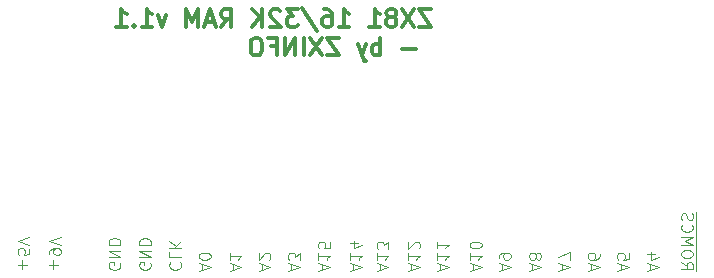
<source format=gbr>
%TF.GenerationSoftware,KiCad,Pcbnew,8.0.2-1*%
%TF.CreationDate,2024-06-12T00:12:27+02:00*%
%TF.ProjectId,zx81-external-16k,7a783831-2d65-4787-9465-726e616c2d31,rev?*%
%TF.SameCoordinates,Original*%
%TF.FileFunction,Legend,Bot*%
%TF.FilePolarity,Positive*%
%FSLAX46Y46*%
G04 Gerber Fmt 4.6, Leading zero omitted, Abs format (unit mm)*
G04 Created by KiCad (PCBNEW 8.0.2-1) date 2024-06-12 00:12:27*
%MOMM*%
%LPD*%
G01*
G04 APERTURE LIST*
%ADD10C,0.300000*%
%ADD11C,0.100000*%
G04 APERTURE END LIST*
D10*
X136318346Y-95755912D02*
X135318346Y-95755912D01*
X135318346Y-95755912D02*
X136318346Y-97255912D01*
X136318346Y-97255912D02*
X135318346Y-97255912D01*
X134889775Y-95755912D02*
X133889775Y-97255912D01*
X133889775Y-95755912D02*
X134889775Y-97255912D01*
X133104061Y-96398769D02*
X133246918Y-96327341D01*
X133246918Y-96327341D02*
X133318347Y-96255912D01*
X133318347Y-96255912D02*
X133389775Y-96113055D01*
X133389775Y-96113055D02*
X133389775Y-96041626D01*
X133389775Y-96041626D02*
X133318347Y-95898769D01*
X133318347Y-95898769D02*
X133246918Y-95827341D01*
X133246918Y-95827341D02*
X133104061Y-95755912D01*
X133104061Y-95755912D02*
X132818347Y-95755912D01*
X132818347Y-95755912D02*
X132675490Y-95827341D01*
X132675490Y-95827341D02*
X132604061Y-95898769D01*
X132604061Y-95898769D02*
X132532632Y-96041626D01*
X132532632Y-96041626D02*
X132532632Y-96113055D01*
X132532632Y-96113055D02*
X132604061Y-96255912D01*
X132604061Y-96255912D02*
X132675490Y-96327341D01*
X132675490Y-96327341D02*
X132818347Y-96398769D01*
X132818347Y-96398769D02*
X133104061Y-96398769D01*
X133104061Y-96398769D02*
X133246918Y-96470198D01*
X133246918Y-96470198D02*
X133318347Y-96541626D01*
X133318347Y-96541626D02*
X133389775Y-96684484D01*
X133389775Y-96684484D02*
X133389775Y-96970198D01*
X133389775Y-96970198D02*
X133318347Y-97113055D01*
X133318347Y-97113055D02*
X133246918Y-97184484D01*
X133246918Y-97184484D02*
X133104061Y-97255912D01*
X133104061Y-97255912D02*
X132818347Y-97255912D01*
X132818347Y-97255912D02*
X132675490Y-97184484D01*
X132675490Y-97184484D02*
X132604061Y-97113055D01*
X132604061Y-97113055D02*
X132532632Y-96970198D01*
X132532632Y-96970198D02*
X132532632Y-96684484D01*
X132532632Y-96684484D02*
X132604061Y-96541626D01*
X132604061Y-96541626D02*
X132675490Y-96470198D01*
X132675490Y-96470198D02*
X132818347Y-96398769D01*
X131104061Y-97255912D02*
X131961204Y-97255912D01*
X131532633Y-97255912D02*
X131532633Y-95755912D01*
X131532633Y-95755912D02*
X131675490Y-95970198D01*
X131675490Y-95970198D02*
X131818347Y-96113055D01*
X131818347Y-96113055D02*
X131961204Y-96184484D01*
X128532633Y-97255912D02*
X129389776Y-97255912D01*
X128961205Y-97255912D02*
X128961205Y-95755912D01*
X128961205Y-95755912D02*
X129104062Y-95970198D01*
X129104062Y-95970198D02*
X129246919Y-96113055D01*
X129246919Y-96113055D02*
X129389776Y-96184484D01*
X127246920Y-95755912D02*
X127532634Y-95755912D01*
X127532634Y-95755912D02*
X127675491Y-95827341D01*
X127675491Y-95827341D02*
X127746920Y-95898769D01*
X127746920Y-95898769D02*
X127889777Y-96113055D01*
X127889777Y-96113055D02*
X127961205Y-96398769D01*
X127961205Y-96398769D02*
X127961205Y-96970198D01*
X127961205Y-96970198D02*
X127889777Y-97113055D01*
X127889777Y-97113055D02*
X127818348Y-97184484D01*
X127818348Y-97184484D02*
X127675491Y-97255912D01*
X127675491Y-97255912D02*
X127389777Y-97255912D01*
X127389777Y-97255912D02*
X127246920Y-97184484D01*
X127246920Y-97184484D02*
X127175491Y-97113055D01*
X127175491Y-97113055D02*
X127104062Y-96970198D01*
X127104062Y-96970198D02*
X127104062Y-96613055D01*
X127104062Y-96613055D02*
X127175491Y-96470198D01*
X127175491Y-96470198D02*
X127246920Y-96398769D01*
X127246920Y-96398769D02*
X127389777Y-96327341D01*
X127389777Y-96327341D02*
X127675491Y-96327341D01*
X127675491Y-96327341D02*
X127818348Y-96398769D01*
X127818348Y-96398769D02*
X127889777Y-96470198D01*
X127889777Y-96470198D02*
X127961205Y-96613055D01*
X125389777Y-95684484D02*
X126675491Y-97613055D01*
X125032634Y-95755912D02*
X124104062Y-95755912D01*
X124104062Y-95755912D02*
X124604062Y-96327341D01*
X124604062Y-96327341D02*
X124389777Y-96327341D01*
X124389777Y-96327341D02*
X124246920Y-96398769D01*
X124246920Y-96398769D02*
X124175491Y-96470198D01*
X124175491Y-96470198D02*
X124104062Y-96613055D01*
X124104062Y-96613055D02*
X124104062Y-96970198D01*
X124104062Y-96970198D02*
X124175491Y-97113055D01*
X124175491Y-97113055D02*
X124246920Y-97184484D01*
X124246920Y-97184484D02*
X124389777Y-97255912D01*
X124389777Y-97255912D02*
X124818348Y-97255912D01*
X124818348Y-97255912D02*
X124961205Y-97184484D01*
X124961205Y-97184484D02*
X125032634Y-97113055D01*
X123532634Y-95898769D02*
X123461206Y-95827341D01*
X123461206Y-95827341D02*
X123318349Y-95755912D01*
X123318349Y-95755912D02*
X122961206Y-95755912D01*
X122961206Y-95755912D02*
X122818349Y-95827341D01*
X122818349Y-95827341D02*
X122746920Y-95898769D01*
X122746920Y-95898769D02*
X122675491Y-96041626D01*
X122675491Y-96041626D02*
X122675491Y-96184484D01*
X122675491Y-96184484D02*
X122746920Y-96398769D01*
X122746920Y-96398769D02*
X123604063Y-97255912D01*
X123604063Y-97255912D02*
X122675491Y-97255912D01*
X122032635Y-97255912D02*
X122032635Y-95755912D01*
X121175492Y-97255912D02*
X121818349Y-96398769D01*
X121175492Y-95755912D02*
X122032635Y-96613055D01*
X118532635Y-97255912D02*
X119032635Y-96541626D01*
X119389778Y-97255912D02*
X119389778Y-95755912D01*
X119389778Y-95755912D02*
X118818349Y-95755912D01*
X118818349Y-95755912D02*
X118675492Y-95827341D01*
X118675492Y-95827341D02*
X118604063Y-95898769D01*
X118604063Y-95898769D02*
X118532635Y-96041626D01*
X118532635Y-96041626D02*
X118532635Y-96255912D01*
X118532635Y-96255912D02*
X118604063Y-96398769D01*
X118604063Y-96398769D02*
X118675492Y-96470198D01*
X118675492Y-96470198D02*
X118818349Y-96541626D01*
X118818349Y-96541626D02*
X119389778Y-96541626D01*
X117961206Y-96827341D02*
X117246921Y-96827341D01*
X118104063Y-97255912D02*
X117604063Y-95755912D01*
X117604063Y-95755912D02*
X117104063Y-97255912D01*
X116604064Y-97255912D02*
X116604064Y-95755912D01*
X116604064Y-95755912D02*
X116104064Y-96827341D01*
X116104064Y-96827341D02*
X115604064Y-95755912D01*
X115604064Y-95755912D02*
X115604064Y-97255912D01*
X113889778Y-96255912D02*
X113532635Y-97255912D01*
X113532635Y-97255912D02*
X113175492Y-96255912D01*
X111818349Y-97255912D02*
X112675492Y-97255912D01*
X112246921Y-97255912D02*
X112246921Y-95755912D01*
X112246921Y-95755912D02*
X112389778Y-95970198D01*
X112389778Y-95970198D02*
X112532635Y-96113055D01*
X112532635Y-96113055D02*
X112675492Y-96184484D01*
X111175493Y-97113055D02*
X111104064Y-97184484D01*
X111104064Y-97184484D02*
X111175493Y-97255912D01*
X111175493Y-97255912D02*
X111246921Y-97184484D01*
X111246921Y-97184484D02*
X111175493Y-97113055D01*
X111175493Y-97113055D02*
X111175493Y-97255912D01*
X109675492Y-97255912D02*
X110532635Y-97255912D01*
X110104064Y-97255912D02*
X110104064Y-95755912D01*
X110104064Y-95755912D02*
X110246921Y-95970198D01*
X110246921Y-95970198D02*
X110389778Y-96113055D01*
X110389778Y-96113055D02*
X110532635Y-96184484D01*
X135032632Y-99099400D02*
X133889775Y-99099400D01*
X132032632Y-99670828D02*
X132032632Y-98170828D01*
X132032632Y-98742257D02*
X131889775Y-98670828D01*
X131889775Y-98670828D02*
X131604060Y-98670828D01*
X131604060Y-98670828D02*
X131461203Y-98742257D01*
X131461203Y-98742257D02*
X131389775Y-98813685D01*
X131389775Y-98813685D02*
X131318346Y-98956542D01*
X131318346Y-98956542D02*
X131318346Y-99385114D01*
X131318346Y-99385114D02*
X131389775Y-99527971D01*
X131389775Y-99527971D02*
X131461203Y-99599400D01*
X131461203Y-99599400D02*
X131604060Y-99670828D01*
X131604060Y-99670828D02*
X131889775Y-99670828D01*
X131889775Y-99670828D02*
X132032632Y-99599400D01*
X130818346Y-98670828D02*
X130461203Y-99670828D01*
X130104060Y-98670828D02*
X130461203Y-99670828D01*
X130461203Y-99670828D02*
X130604060Y-100027971D01*
X130604060Y-100027971D02*
X130675489Y-100099400D01*
X130675489Y-100099400D02*
X130818346Y-100170828D01*
X128532632Y-98170828D02*
X127532632Y-98170828D01*
X127532632Y-98170828D02*
X128532632Y-99670828D01*
X128532632Y-99670828D02*
X127532632Y-99670828D01*
X127104061Y-98170828D02*
X126104061Y-99670828D01*
X126104061Y-98170828D02*
X127104061Y-99670828D01*
X125532633Y-99670828D02*
X125532633Y-98170828D01*
X124818347Y-99670828D02*
X124818347Y-98170828D01*
X124818347Y-98170828D02*
X123961204Y-99670828D01*
X123961204Y-99670828D02*
X123961204Y-98170828D01*
X122746918Y-98885114D02*
X123246918Y-98885114D01*
X123246918Y-99670828D02*
X123246918Y-98170828D01*
X123246918Y-98170828D02*
X122532632Y-98170828D01*
X121675489Y-98170828D02*
X121389775Y-98170828D01*
X121389775Y-98170828D02*
X121246918Y-98242257D01*
X121246918Y-98242257D02*
X121104061Y-98385114D01*
X121104061Y-98385114D02*
X121032632Y-98670828D01*
X121032632Y-98670828D02*
X121032632Y-99170828D01*
X121032632Y-99170828D02*
X121104061Y-99456542D01*
X121104061Y-99456542D02*
X121246918Y-99599400D01*
X121246918Y-99599400D02*
X121389775Y-99670828D01*
X121389775Y-99670828D02*
X121675489Y-99670828D01*
X121675489Y-99670828D02*
X121818347Y-99599400D01*
X121818347Y-99599400D02*
X121961204Y-99456542D01*
X121961204Y-99456542D02*
X122032632Y-99170828D01*
X122032632Y-99170828D02*
X122032632Y-98670828D01*
X122032632Y-98670828D02*
X121961204Y-98385114D01*
X121961204Y-98385114D02*
X121818347Y-98242257D01*
X121818347Y-98242257D02*
X121675489Y-98170828D01*
D11*
X142334223Y-117803734D02*
X142334223Y-117327544D01*
X142048508Y-117898972D02*
X143048508Y-117565639D01*
X143048508Y-117565639D02*
X142048508Y-117232306D01*
X142048508Y-116851353D02*
X142048508Y-116660877D01*
X142048508Y-116660877D02*
X142096128Y-116565639D01*
X142096128Y-116565639D02*
X142143747Y-116518020D01*
X142143747Y-116518020D02*
X142286604Y-116422782D01*
X142286604Y-116422782D02*
X142477080Y-116375163D01*
X142477080Y-116375163D02*
X142858032Y-116375163D01*
X142858032Y-116375163D02*
X142953270Y-116422782D01*
X142953270Y-116422782D02*
X143000889Y-116470401D01*
X143000889Y-116470401D02*
X143048508Y-116565639D01*
X143048508Y-116565639D02*
X143048508Y-116756115D01*
X143048508Y-116756115D02*
X143000889Y-116851353D01*
X143000889Y-116851353D02*
X142953270Y-116898972D01*
X142953270Y-116898972D02*
X142858032Y-116946591D01*
X142858032Y-116946591D02*
X142619937Y-116946591D01*
X142619937Y-116946591D02*
X142524699Y-116898972D01*
X142524699Y-116898972D02*
X142477080Y-116851353D01*
X142477080Y-116851353D02*
X142429461Y-116756115D01*
X142429461Y-116756115D02*
X142429461Y-116565639D01*
X142429461Y-116565639D02*
X142477080Y-116470401D01*
X142477080Y-116470401D02*
X142524699Y-116422782D01*
X142524699Y-116422782D02*
X142619937Y-116375163D01*
X144896588Y-117803734D02*
X144896588Y-117327544D01*
X144610873Y-117898972D02*
X145610873Y-117565639D01*
X145610873Y-117565639D02*
X144610873Y-117232306D01*
X145182302Y-116756115D02*
X145229921Y-116851353D01*
X145229921Y-116851353D02*
X145277540Y-116898972D01*
X145277540Y-116898972D02*
X145372778Y-116946591D01*
X145372778Y-116946591D02*
X145420397Y-116946591D01*
X145420397Y-116946591D02*
X145515635Y-116898972D01*
X145515635Y-116898972D02*
X145563254Y-116851353D01*
X145563254Y-116851353D02*
X145610873Y-116756115D01*
X145610873Y-116756115D02*
X145610873Y-116565639D01*
X145610873Y-116565639D02*
X145563254Y-116470401D01*
X145563254Y-116470401D02*
X145515635Y-116422782D01*
X145515635Y-116422782D02*
X145420397Y-116375163D01*
X145420397Y-116375163D02*
X145372778Y-116375163D01*
X145372778Y-116375163D02*
X145277540Y-116422782D01*
X145277540Y-116422782D02*
X145229921Y-116470401D01*
X145229921Y-116470401D02*
X145182302Y-116565639D01*
X145182302Y-116565639D02*
X145182302Y-116756115D01*
X145182302Y-116756115D02*
X145134683Y-116851353D01*
X145134683Y-116851353D02*
X145087064Y-116898972D01*
X145087064Y-116898972D02*
X144991826Y-116946591D01*
X144991826Y-116946591D02*
X144801350Y-116946591D01*
X144801350Y-116946591D02*
X144706112Y-116898972D01*
X144706112Y-116898972D02*
X144658493Y-116851353D01*
X144658493Y-116851353D02*
X144610873Y-116756115D01*
X144610873Y-116756115D02*
X144610873Y-116565639D01*
X144610873Y-116565639D02*
X144658493Y-116470401D01*
X144658493Y-116470401D02*
X144706112Y-116422782D01*
X144706112Y-116422782D02*
X144801350Y-116375163D01*
X144801350Y-116375163D02*
X144991826Y-116375163D01*
X144991826Y-116375163D02*
X145087064Y-116422782D01*
X145087064Y-116422782D02*
X145134683Y-116470401D01*
X145134683Y-116470401D02*
X145182302Y-116565639D01*
X139884223Y-117803734D02*
X139884223Y-117327544D01*
X139598508Y-117898972D02*
X140598508Y-117565639D01*
X140598508Y-117565639D02*
X139598508Y-117232306D01*
X139598508Y-116375163D02*
X139598508Y-116946591D01*
X139598508Y-116660877D02*
X140598508Y-116660877D01*
X140598508Y-116660877D02*
X140455651Y-116756115D01*
X140455651Y-116756115D02*
X140360413Y-116851353D01*
X140360413Y-116851353D02*
X140312794Y-116946591D01*
X140598508Y-115756115D02*
X140598508Y-115660877D01*
X140598508Y-115660877D02*
X140550889Y-115565639D01*
X140550889Y-115565639D02*
X140503270Y-115518020D01*
X140503270Y-115518020D02*
X140408032Y-115470401D01*
X140408032Y-115470401D02*
X140217556Y-115422782D01*
X140217556Y-115422782D02*
X139979461Y-115422782D01*
X139979461Y-115422782D02*
X139788985Y-115470401D01*
X139788985Y-115470401D02*
X139693747Y-115518020D01*
X139693747Y-115518020D02*
X139646128Y-115565639D01*
X139646128Y-115565639D02*
X139598508Y-115660877D01*
X139598508Y-115660877D02*
X139598508Y-115756115D01*
X139598508Y-115756115D02*
X139646128Y-115851353D01*
X139646128Y-115851353D02*
X139693747Y-115898972D01*
X139693747Y-115898972D02*
X139788985Y-115946591D01*
X139788985Y-115946591D02*
X139979461Y-115994210D01*
X139979461Y-115994210D02*
X140217556Y-115994210D01*
X140217556Y-115994210D02*
X140408032Y-115946591D01*
X140408032Y-115946591D02*
X140503270Y-115898972D01*
X140503270Y-115898972D02*
X140550889Y-115851353D01*
X140550889Y-115851353D02*
X140598508Y-115756115D01*
X149875581Y-117803734D02*
X149875581Y-117327544D01*
X149589866Y-117898972D02*
X150589866Y-117565639D01*
X150589866Y-117565639D02*
X149589866Y-117232306D01*
X150589866Y-116470401D02*
X150589866Y-116660877D01*
X150589866Y-116660877D02*
X150542247Y-116756115D01*
X150542247Y-116756115D02*
X150494628Y-116803734D01*
X150494628Y-116803734D02*
X150351771Y-116898972D01*
X150351771Y-116898972D02*
X150161295Y-116946591D01*
X150161295Y-116946591D02*
X149780343Y-116946591D01*
X149780343Y-116946591D02*
X149685105Y-116898972D01*
X149685105Y-116898972D02*
X149637486Y-116851353D01*
X149637486Y-116851353D02*
X149589866Y-116756115D01*
X149589866Y-116756115D02*
X149589866Y-116565639D01*
X149589866Y-116565639D02*
X149637486Y-116470401D01*
X149637486Y-116470401D02*
X149685105Y-116422782D01*
X149685105Y-116422782D02*
X149780343Y-116375163D01*
X149780343Y-116375163D02*
X150018438Y-116375163D01*
X150018438Y-116375163D02*
X150113676Y-116422782D01*
X150113676Y-116422782D02*
X150161295Y-116470401D01*
X150161295Y-116470401D02*
X150208914Y-116565639D01*
X150208914Y-116565639D02*
X150208914Y-116756115D01*
X150208914Y-116756115D02*
X150161295Y-116851353D01*
X150161295Y-116851353D02*
X150113676Y-116898972D01*
X150113676Y-116898972D02*
X150018438Y-116946591D01*
X154862001Y-117803734D02*
X154862001Y-117327544D01*
X154576286Y-117898972D02*
X155576286Y-117565639D01*
X155576286Y-117565639D02*
X154576286Y-117232306D01*
X155242953Y-116470401D02*
X154576286Y-116470401D01*
X155623906Y-116708496D02*
X154909620Y-116946591D01*
X154909620Y-116946591D02*
X154909620Y-116327544D01*
X129746569Y-117803734D02*
X129746569Y-117327544D01*
X129460854Y-117898972D02*
X130460854Y-117565639D01*
X130460854Y-117565639D02*
X129460854Y-117232306D01*
X129460854Y-116375163D02*
X129460854Y-116946591D01*
X129460854Y-116660877D02*
X130460854Y-116660877D01*
X130460854Y-116660877D02*
X130317997Y-116756115D01*
X130317997Y-116756115D02*
X130222759Y-116851353D01*
X130222759Y-116851353D02*
X130175140Y-116946591D01*
X130127521Y-115518020D02*
X129460854Y-115518020D01*
X130508474Y-115756115D02*
X129794188Y-115994210D01*
X129794188Y-115994210D02*
X129794188Y-115375163D01*
X101691807Y-117756115D02*
X101691807Y-116994211D01*
X101310854Y-117375163D02*
X102072759Y-117375163D01*
X102310854Y-116041830D02*
X102310854Y-116518020D01*
X102310854Y-116518020D02*
X101834664Y-116565639D01*
X101834664Y-116565639D02*
X101882283Y-116518020D01*
X101882283Y-116518020D02*
X101929902Y-116422782D01*
X101929902Y-116422782D02*
X101929902Y-116184687D01*
X101929902Y-116184687D02*
X101882283Y-116089449D01*
X101882283Y-116089449D02*
X101834664Y-116041830D01*
X101834664Y-116041830D02*
X101739426Y-115994211D01*
X101739426Y-115994211D02*
X101501331Y-115994211D01*
X101501331Y-115994211D02*
X101406093Y-116041830D01*
X101406093Y-116041830D02*
X101358474Y-116089449D01*
X101358474Y-116089449D02*
X101310854Y-116184687D01*
X101310854Y-116184687D02*
X101310854Y-116422782D01*
X101310854Y-116422782D02*
X101358474Y-116518020D01*
X101358474Y-116518020D02*
X101406093Y-116565639D01*
X102310854Y-115708496D02*
X101310854Y-115375163D01*
X101310854Y-115375163D02*
X102310854Y-115041830D01*
X121996569Y-117803734D02*
X121996569Y-117327544D01*
X121710854Y-117898972D02*
X122710854Y-117565639D01*
X122710854Y-117565639D02*
X121710854Y-117232306D01*
X122615616Y-116946591D02*
X122663235Y-116898972D01*
X122663235Y-116898972D02*
X122710854Y-116803734D01*
X122710854Y-116803734D02*
X122710854Y-116565639D01*
X122710854Y-116565639D02*
X122663235Y-116470401D01*
X122663235Y-116470401D02*
X122615616Y-116422782D01*
X122615616Y-116422782D02*
X122520378Y-116375163D01*
X122520378Y-116375163D02*
X122425140Y-116375163D01*
X122425140Y-116375163D02*
X122282283Y-116422782D01*
X122282283Y-116422782D02*
X121710854Y-116994210D01*
X121710854Y-116994210D02*
X121710854Y-116375163D01*
X116946569Y-117803734D02*
X116946569Y-117327544D01*
X116660854Y-117898972D02*
X117660854Y-117565639D01*
X117660854Y-117565639D02*
X116660854Y-117232306D01*
X117660854Y-116708496D02*
X117660854Y-116613258D01*
X117660854Y-116613258D02*
X117613235Y-116518020D01*
X117613235Y-116518020D02*
X117565616Y-116470401D01*
X117565616Y-116470401D02*
X117470378Y-116422782D01*
X117470378Y-116422782D02*
X117279902Y-116375163D01*
X117279902Y-116375163D02*
X117041807Y-116375163D01*
X117041807Y-116375163D02*
X116851331Y-116422782D01*
X116851331Y-116422782D02*
X116756093Y-116470401D01*
X116756093Y-116470401D02*
X116708474Y-116518020D01*
X116708474Y-116518020D02*
X116660854Y-116613258D01*
X116660854Y-116613258D02*
X116660854Y-116708496D01*
X116660854Y-116708496D02*
X116708474Y-116803734D01*
X116708474Y-116803734D02*
X116756093Y-116851353D01*
X116756093Y-116851353D02*
X116851331Y-116898972D01*
X116851331Y-116898972D02*
X117041807Y-116946591D01*
X117041807Y-116946591D02*
X117279902Y-116946591D01*
X117279902Y-116946591D02*
X117470378Y-116898972D01*
X117470378Y-116898972D02*
X117565616Y-116851353D01*
X117565616Y-116851353D02*
X117613235Y-116803734D01*
X117613235Y-116803734D02*
X117660854Y-116708496D01*
X137096588Y-117803734D02*
X137096588Y-117327544D01*
X136810873Y-117898972D02*
X137810873Y-117565639D01*
X137810873Y-117565639D02*
X136810873Y-117232306D01*
X136810873Y-116375163D02*
X136810873Y-116946591D01*
X136810873Y-116660877D02*
X137810873Y-116660877D01*
X137810873Y-116660877D02*
X137668016Y-116756115D01*
X137668016Y-116756115D02*
X137572778Y-116851353D01*
X137572778Y-116851353D02*
X137525159Y-116946591D01*
X136810873Y-115422782D02*
X136810873Y-115994210D01*
X136810873Y-115708496D02*
X137810873Y-115708496D01*
X137810873Y-115708496D02*
X137668016Y-115803734D01*
X137668016Y-115803734D02*
X137572778Y-115898972D01*
X137572778Y-115898972D02*
X137525159Y-115994210D01*
X112563235Y-117232306D02*
X112610854Y-117327544D01*
X112610854Y-117327544D02*
X112610854Y-117470401D01*
X112610854Y-117470401D02*
X112563235Y-117613258D01*
X112563235Y-117613258D02*
X112467997Y-117708496D01*
X112467997Y-117708496D02*
X112372759Y-117756115D01*
X112372759Y-117756115D02*
X112182283Y-117803734D01*
X112182283Y-117803734D02*
X112039426Y-117803734D01*
X112039426Y-117803734D02*
X111848950Y-117756115D01*
X111848950Y-117756115D02*
X111753712Y-117708496D01*
X111753712Y-117708496D02*
X111658474Y-117613258D01*
X111658474Y-117613258D02*
X111610854Y-117470401D01*
X111610854Y-117470401D02*
X111610854Y-117375163D01*
X111610854Y-117375163D02*
X111658474Y-117232306D01*
X111658474Y-117232306D02*
X111706093Y-117184687D01*
X111706093Y-117184687D02*
X112039426Y-117184687D01*
X112039426Y-117184687D02*
X112039426Y-117375163D01*
X111610854Y-116756115D02*
X112610854Y-116756115D01*
X112610854Y-116756115D02*
X111610854Y-116184687D01*
X111610854Y-116184687D02*
X112610854Y-116184687D01*
X111610854Y-115708496D02*
X112610854Y-115708496D01*
X112610854Y-115708496D02*
X112610854Y-115470401D01*
X112610854Y-115470401D02*
X112563235Y-115327544D01*
X112563235Y-115327544D02*
X112467997Y-115232306D01*
X112467997Y-115232306D02*
X112372759Y-115184687D01*
X112372759Y-115184687D02*
X112182283Y-115137068D01*
X112182283Y-115137068D02*
X112039426Y-115137068D01*
X112039426Y-115137068D02*
X111848950Y-115184687D01*
X111848950Y-115184687D02*
X111753712Y-115232306D01*
X111753712Y-115232306D02*
X111658474Y-115327544D01*
X111658474Y-115327544D02*
X111610854Y-115470401D01*
X111610854Y-115470401D02*
X111610854Y-115708496D01*
X114256093Y-117184687D02*
X114208474Y-117232306D01*
X114208474Y-117232306D02*
X114160854Y-117375163D01*
X114160854Y-117375163D02*
X114160854Y-117470401D01*
X114160854Y-117470401D02*
X114208474Y-117613258D01*
X114208474Y-117613258D02*
X114303712Y-117708496D01*
X114303712Y-117708496D02*
X114398950Y-117756115D01*
X114398950Y-117756115D02*
X114589426Y-117803734D01*
X114589426Y-117803734D02*
X114732283Y-117803734D01*
X114732283Y-117803734D02*
X114922759Y-117756115D01*
X114922759Y-117756115D02*
X115017997Y-117708496D01*
X115017997Y-117708496D02*
X115113235Y-117613258D01*
X115113235Y-117613258D02*
X115160854Y-117470401D01*
X115160854Y-117470401D02*
X115160854Y-117375163D01*
X115160854Y-117375163D02*
X115113235Y-117232306D01*
X115113235Y-117232306D02*
X115065616Y-117184687D01*
X114160854Y-116279925D02*
X114160854Y-116756115D01*
X114160854Y-116756115D02*
X115160854Y-116756115D01*
X114160854Y-115946591D02*
X115160854Y-115946591D01*
X114160854Y-115375163D02*
X114732283Y-115803734D01*
X115160854Y-115375163D02*
X114589426Y-115946591D01*
X134646588Y-117803734D02*
X134646588Y-117327544D01*
X134360873Y-117898972D02*
X135360873Y-117565639D01*
X135360873Y-117565639D02*
X134360873Y-117232306D01*
X134360873Y-116375163D02*
X134360873Y-116946591D01*
X134360873Y-116660877D02*
X135360873Y-116660877D01*
X135360873Y-116660877D02*
X135218016Y-116756115D01*
X135218016Y-116756115D02*
X135122778Y-116851353D01*
X135122778Y-116851353D02*
X135075159Y-116946591D01*
X135265635Y-115994210D02*
X135313254Y-115946591D01*
X135313254Y-115946591D02*
X135360873Y-115851353D01*
X135360873Y-115851353D02*
X135360873Y-115613258D01*
X135360873Y-115613258D02*
X135313254Y-115518020D01*
X135313254Y-115518020D02*
X135265635Y-115470401D01*
X135265635Y-115470401D02*
X135170397Y-115422782D01*
X135170397Y-115422782D02*
X135075159Y-115422782D01*
X135075159Y-115422782D02*
X134932302Y-115470401D01*
X134932302Y-115470401D02*
X134360873Y-116041829D01*
X134360873Y-116041829D02*
X134360873Y-115422782D01*
X109963235Y-117232306D02*
X110010854Y-117327544D01*
X110010854Y-117327544D02*
X110010854Y-117470401D01*
X110010854Y-117470401D02*
X109963235Y-117613258D01*
X109963235Y-117613258D02*
X109867997Y-117708496D01*
X109867997Y-117708496D02*
X109772759Y-117756115D01*
X109772759Y-117756115D02*
X109582283Y-117803734D01*
X109582283Y-117803734D02*
X109439426Y-117803734D01*
X109439426Y-117803734D02*
X109248950Y-117756115D01*
X109248950Y-117756115D02*
X109153712Y-117708496D01*
X109153712Y-117708496D02*
X109058474Y-117613258D01*
X109058474Y-117613258D02*
X109010854Y-117470401D01*
X109010854Y-117470401D02*
X109010854Y-117375163D01*
X109010854Y-117375163D02*
X109058474Y-117232306D01*
X109058474Y-117232306D02*
X109106093Y-117184687D01*
X109106093Y-117184687D02*
X109439426Y-117184687D01*
X109439426Y-117184687D02*
X109439426Y-117375163D01*
X109010854Y-116756115D02*
X110010854Y-116756115D01*
X110010854Y-116756115D02*
X109010854Y-116184687D01*
X109010854Y-116184687D02*
X110010854Y-116184687D01*
X109010854Y-115708496D02*
X110010854Y-115708496D01*
X110010854Y-115708496D02*
X110010854Y-115470401D01*
X110010854Y-115470401D02*
X109963235Y-115327544D01*
X109963235Y-115327544D02*
X109867997Y-115232306D01*
X109867997Y-115232306D02*
X109772759Y-115184687D01*
X109772759Y-115184687D02*
X109582283Y-115137068D01*
X109582283Y-115137068D02*
X109439426Y-115137068D01*
X109439426Y-115137068D02*
X109248950Y-115184687D01*
X109248950Y-115184687D02*
X109153712Y-115232306D01*
X109153712Y-115232306D02*
X109058474Y-115327544D01*
X109058474Y-115327544D02*
X109010854Y-115470401D01*
X109010854Y-115470401D02*
X109010854Y-115708496D01*
X119546569Y-117803734D02*
X119546569Y-117327544D01*
X119260854Y-117898972D02*
X120260854Y-117565639D01*
X120260854Y-117565639D02*
X119260854Y-117232306D01*
X119260854Y-116375163D02*
X119260854Y-116946591D01*
X119260854Y-116660877D02*
X120260854Y-116660877D01*
X120260854Y-116660877D02*
X120117997Y-116756115D01*
X120117997Y-116756115D02*
X120022759Y-116851353D01*
X120022759Y-116851353D02*
X119975140Y-116946591D01*
X152368791Y-117803734D02*
X152368791Y-117327544D01*
X152083076Y-117898972D02*
X153083076Y-117565639D01*
X153083076Y-117565639D02*
X152083076Y-117232306D01*
X153083076Y-116422782D02*
X153083076Y-116898972D01*
X153083076Y-116898972D02*
X152606886Y-116946591D01*
X152606886Y-116946591D02*
X152654505Y-116898972D01*
X152654505Y-116898972D02*
X152702124Y-116803734D01*
X152702124Y-116803734D02*
X152702124Y-116565639D01*
X152702124Y-116565639D02*
X152654505Y-116470401D01*
X152654505Y-116470401D02*
X152606886Y-116422782D01*
X152606886Y-116422782D02*
X152511648Y-116375163D01*
X152511648Y-116375163D02*
X152273553Y-116375163D01*
X152273553Y-116375163D02*
X152178315Y-116422782D01*
X152178315Y-116422782D02*
X152130696Y-116470401D01*
X152130696Y-116470401D02*
X152083076Y-116565639D01*
X152083076Y-116565639D02*
X152083076Y-116803734D01*
X152083076Y-116803734D02*
X152130696Y-116898972D01*
X152130696Y-116898972D02*
X152178315Y-116946591D01*
X147382371Y-117803734D02*
X147382371Y-117327544D01*
X147096656Y-117898972D02*
X148096656Y-117565639D01*
X148096656Y-117565639D02*
X147096656Y-117232306D01*
X148096656Y-116994210D02*
X148096656Y-116327544D01*
X148096656Y-116327544D02*
X147096656Y-116756115D01*
X124496569Y-117803734D02*
X124496569Y-117327544D01*
X124210854Y-117898972D02*
X125210854Y-117565639D01*
X125210854Y-117565639D02*
X124210854Y-117232306D01*
X125210854Y-116994210D02*
X125210854Y-116375163D01*
X125210854Y-116375163D02*
X124829902Y-116708496D01*
X124829902Y-116708496D02*
X124829902Y-116565639D01*
X124829902Y-116565639D02*
X124782283Y-116470401D01*
X124782283Y-116470401D02*
X124734664Y-116422782D01*
X124734664Y-116422782D02*
X124639426Y-116375163D01*
X124639426Y-116375163D02*
X124401331Y-116375163D01*
X124401331Y-116375163D02*
X124306093Y-116422782D01*
X124306093Y-116422782D02*
X124258474Y-116470401D01*
X124258474Y-116470401D02*
X124210854Y-116565639D01*
X124210854Y-116565639D02*
X124210854Y-116851353D01*
X124210854Y-116851353D02*
X124258474Y-116946591D01*
X124258474Y-116946591D02*
X124306093Y-116994210D01*
X157498508Y-117184687D02*
X157974699Y-117518020D01*
X157498508Y-117756115D02*
X158498508Y-117756115D01*
X158498508Y-117756115D02*
X158498508Y-117375163D01*
X158498508Y-117375163D02*
X158450889Y-117279925D01*
X158450889Y-117279925D02*
X158403270Y-117232306D01*
X158403270Y-117232306D02*
X158308032Y-117184687D01*
X158308032Y-117184687D02*
X158165175Y-117184687D01*
X158165175Y-117184687D02*
X158069937Y-117232306D01*
X158069937Y-117232306D02*
X158022318Y-117279925D01*
X158022318Y-117279925D02*
X157974699Y-117375163D01*
X157974699Y-117375163D02*
X157974699Y-117756115D01*
X158498508Y-116565639D02*
X158498508Y-116375163D01*
X158498508Y-116375163D02*
X158450889Y-116279925D01*
X158450889Y-116279925D02*
X158355651Y-116184687D01*
X158355651Y-116184687D02*
X158165175Y-116137068D01*
X158165175Y-116137068D02*
X157831842Y-116137068D01*
X157831842Y-116137068D02*
X157641366Y-116184687D01*
X157641366Y-116184687D02*
X157546128Y-116279925D01*
X157546128Y-116279925D02*
X157498508Y-116375163D01*
X157498508Y-116375163D02*
X157498508Y-116565639D01*
X157498508Y-116565639D02*
X157546128Y-116660877D01*
X157546128Y-116660877D02*
X157641366Y-116756115D01*
X157641366Y-116756115D02*
X157831842Y-116803734D01*
X157831842Y-116803734D02*
X158165175Y-116803734D01*
X158165175Y-116803734D02*
X158355651Y-116756115D01*
X158355651Y-116756115D02*
X158450889Y-116660877D01*
X158450889Y-116660877D02*
X158498508Y-116565639D01*
X157498508Y-115708496D02*
X158498508Y-115708496D01*
X158498508Y-115708496D02*
X157784223Y-115375163D01*
X157784223Y-115375163D02*
X158498508Y-115041830D01*
X158498508Y-115041830D02*
X157498508Y-115041830D01*
X157593747Y-113994211D02*
X157546128Y-114041830D01*
X157546128Y-114041830D02*
X157498508Y-114184687D01*
X157498508Y-114184687D02*
X157498508Y-114279925D01*
X157498508Y-114279925D02*
X157546128Y-114422782D01*
X157546128Y-114422782D02*
X157641366Y-114518020D01*
X157641366Y-114518020D02*
X157736604Y-114565639D01*
X157736604Y-114565639D02*
X157927080Y-114613258D01*
X157927080Y-114613258D02*
X158069937Y-114613258D01*
X158069937Y-114613258D02*
X158260413Y-114565639D01*
X158260413Y-114565639D02*
X158355651Y-114518020D01*
X158355651Y-114518020D02*
X158450889Y-114422782D01*
X158450889Y-114422782D02*
X158498508Y-114279925D01*
X158498508Y-114279925D02*
X158498508Y-114184687D01*
X158498508Y-114184687D02*
X158450889Y-114041830D01*
X158450889Y-114041830D02*
X158403270Y-113994211D01*
X157546128Y-113613258D02*
X157498508Y-113470401D01*
X157498508Y-113470401D02*
X157498508Y-113232306D01*
X157498508Y-113232306D02*
X157546128Y-113137068D01*
X157546128Y-113137068D02*
X157593747Y-113089449D01*
X157593747Y-113089449D02*
X157688985Y-113041830D01*
X157688985Y-113041830D02*
X157784223Y-113041830D01*
X157784223Y-113041830D02*
X157879461Y-113089449D01*
X157879461Y-113089449D02*
X157927080Y-113137068D01*
X157927080Y-113137068D02*
X157974699Y-113232306D01*
X157974699Y-113232306D02*
X158022318Y-113422782D01*
X158022318Y-113422782D02*
X158069937Y-113518020D01*
X158069937Y-113518020D02*
X158117556Y-113565639D01*
X158117556Y-113565639D02*
X158212794Y-113613258D01*
X158212794Y-113613258D02*
X158308032Y-113613258D01*
X158308032Y-113613258D02*
X158403270Y-113565639D01*
X158403270Y-113565639D02*
X158450889Y-113518020D01*
X158450889Y-113518020D02*
X158498508Y-113422782D01*
X158498508Y-113422782D02*
X158498508Y-113184687D01*
X158498508Y-113184687D02*
X158450889Y-113041830D01*
X158776128Y-117894211D02*
X158776128Y-112951354D01*
X104341807Y-117756115D02*
X104341807Y-116994211D01*
X103960854Y-117375163D02*
X104722759Y-117375163D01*
X103960854Y-116470401D02*
X103960854Y-116279925D01*
X103960854Y-116279925D02*
X104008474Y-116184687D01*
X104008474Y-116184687D02*
X104056093Y-116137068D01*
X104056093Y-116137068D02*
X104198950Y-116041830D01*
X104198950Y-116041830D02*
X104389426Y-115994211D01*
X104389426Y-115994211D02*
X104770378Y-115994211D01*
X104770378Y-115994211D02*
X104865616Y-116041830D01*
X104865616Y-116041830D02*
X104913235Y-116089449D01*
X104913235Y-116089449D02*
X104960854Y-116184687D01*
X104960854Y-116184687D02*
X104960854Y-116375163D01*
X104960854Y-116375163D02*
X104913235Y-116470401D01*
X104913235Y-116470401D02*
X104865616Y-116518020D01*
X104865616Y-116518020D02*
X104770378Y-116565639D01*
X104770378Y-116565639D02*
X104532283Y-116565639D01*
X104532283Y-116565639D02*
X104437045Y-116518020D01*
X104437045Y-116518020D02*
X104389426Y-116470401D01*
X104389426Y-116470401D02*
X104341807Y-116375163D01*
X104341807Y-116375163D02*
X104341807Y-116184687D01*
X104341807Y-116184687D02*
X104389426Y-116089449D01*
X104389426Y-116089449D02*
X104437045Y-116041830D01*
X104437045Y-116041830D02*
X104532283Y-115994211D01*
X104960854Y-115708496D02*
X103960854Y-115375163D01*
X103960854Y-115375163D02*
X104960854Y-115041830D01*
X127046569Y-117803734D02*
X127046569Y-117327544D01*
X126760854Y-117898972D02*
X127760854Y-117565639D01*
X127760854Y-117565639D02*
X126760854Y-117232306D01*
X126760854Y-116375163D02*
X126760854Y-116946591D01*
X126760854Y-116660877D02*
X127760854Y-116660877D01*
X127760854Y-116660877D02*
X127617997Y-116756115D01*
X127617997Y-116756115D02*
X127522759Y-116851353D01*
X127522759Y-116851353D02*
X127475140Y-116946591D01*
X127760854Y-115470401D02*
X127760854Y-115946591D01*
X127760854Y-115946591D02*
X127284664Y-115994210D01*
X127284664Y-115994210D02*
X127332283Y-115946591D01*
X127332283Y-115946591D02*
X127379902Y-115851353D01*
X127379902Y-115851353D02*
X127379902Y-115613258D01*
X127379902Y-115613258D02*
X127332283Y-115518020D01*
X127332283Y-115518020D02*
X127284664Y-115470401D01*
X127284664Y-115470401D02*
X127189426Y-115422782D01*
X127189426Y-115422782D02*
X126951331Y-115422782D01*
X126951331Y-115422782D02*
X126856093Y-115470401D01*
X126856093Y-115470401D02*
X126808474Y-115518020D01*
X126808474Y-115518020D02*
X126760854Y-115613258D01*
X126760854Y-115613258D02*
X126760854Y-115851353D01*
X126760854Y-115851353D02*
X126808474Y-115946591D01*
X126808474Y-115946591D02*
X126856093Y-115994210D01*
X131989779Y-117803734D02*
X131989779Y-117327544D01*
X131704064Y-117898972D02*
X132704064Y-117565639D01*
X132704064Y-117565639D02*
X131704064Y-117232306D01*
X131704064Y-116375163D02*
X131704064Y-116946591D01*
X131704064Y-116660877D02*
X132704064Y-116660877D01*
X132704064Y-116660877D02*
X132561207Y-116756115D01*
X132561207Y-116756115D02*
X132465969Y-116851353D01*
X132465969Y-116851353D02*
X132418350Y-116946591D01*
X132704064Y-116041829D02*
X132704064Y-115422782D01*
X132704064Y-115422782D02*
X132323112Y-115756115D01*
X132323112Y-115756115D02*
X132323112Y-115613258D01*
X132323112Y-115613258D02*
X132275493Y-115518020D01*
X132275493Y-115518020D02*
X132227874Y-115470401D01*
X132227874Y-115470401D02*
X132132636Y-115422782D01*
X132132636Y-115422782D02*
X131894541Y-115422782D01*
X131894541Y-115422782D02*
X131799303Y-115470401D01*
X131799303Y-115470401D02*
X131751684Y-115518020D01*
X131751684Y-115518020D02*
X131704064Y-115613258D01*
X131704064Y-115613258D02*
X131704064Y-115898972D01*
X131704064Y-115898972D02*
X131751684Y-115994210D01*
X131751684Y-115994210D02*
X131799303Y-116041829D01*
M02*

</source>
